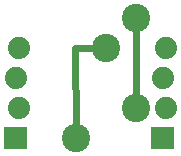
<source format=gtl>
G04 MADE WITH FRITZING*
G04 WWW.FRITZING.ORG*
G04 DOUBLE SIDED*
G04 HOLES PLATED*
G04 CONTOUR ON CENTER OF CONTOUR VECTOR*
%ASAXBY*%
%FSLAX23Y23*%
%MOIN*%
%OFA0B0*%
%SFA1.0B1.0*%
%ADD10C,0.074000*%
%ADD11C,0.094488*%
%ADD12C,0.024000*%
%ADD13R,0.001000X0.001000*%
%LNCOPPER1*%
G90*
G70*
G54D10*
X1400Y401D03*
X1410Y501D03*
X1400Y601D03*
X1410Y701D03*
X1400Y401D03*
X1410Y501D03*
X1400Y601D03*
X1410Y701D03*
X1890Y401D03*
X1900Y501D03*
X1890Y601D03*
X1900Y701D03*
X1890Y401D03*
X1900Y501D03*
X1890Y601D03*
X1900Y701D03*
G54D11*
X1800Y801D03*
X1700Y701D03*
X1800Y501D03*
X1600Y401D03*
G54D12*
X1599Y701D02*
X1673Y701D01*
D02*
X1600Y428D02*
X1599Y701D01*
D02*
X1800Y774D02*
X1800Y528D01*
G54D13*
X1363Y438D02*
X1436Y438D01*
X1853Y438D02*
X1926Y438D01*
X1363Y437D02*
X1436Y437D01*
X1853Y437D02*
X1926Y437D01*
X1363Y436D02*
X1436Y436D01*
X1853Y436D02*
X1926Y436D01*
X1363Y435D02*
X1436Y435D01*
X1853Y435D02*
X1926Y435D01*
X1363Y434D02*
X1436Y434D01*
X1853Y434D02*
X1926Y434D01*
X1363Y433D02*
X1436Y433D01*
X1853Y433D02*
X1926Y433D01*
X1363Y432D02*
X1436Y432D01*
X1853Y432D02*
X1926Y432D01*
X1363Y431D02*
X1436Y431D01*
X1853Y431D02*
X1926Y431D01*
X1363Y430D02*
X1436Y430D01*
X1853Y430D02*
X1926Y430D01*
X1363Y429D02*
X1436Y429D01*
X1853Y429D02*
X1926Y429D01*
X1363Y428D02*
X1436Y428D01*
X1853Y428D02*
X1926Y428D01*
X1363Y427D02*
X1436Y427D01*
X1853Y427D02*
X1926Y427D01*
X1363Y426D02*
X1436Y426D01*
X1853Y426D02*
X1926Y426D01*
X1363Y425D02*
X1436Y425D01*
X1853Y425D02*
X1926Y425D01*
X1363Y424D02*
X1436Y424D01*
X1853Y424D02*
X1926Y424D01*
X1363Y423D02*
X1436Y423D01*
X1853Y423D02*
X1926Y423D01*
X1363Y422D02*
X1436Y422D01*
X1853Y422D02*
X1926Y422D01*
X1363Y421D02*
X1394Y421D01*
X1404Y421D02*
X1436Y421D01*
X1853Y421D02*
X1884Y421D01*
X1894Y421D02*
X1926Y421D01*
X1363Y420D02*
X1391Y420D01*
X1408Y420D02*
X1436Y420D01*
X1853Y420D02*
X1881Y420D01*
X1897Y420D02*
X1926Y420D01*
X1363Y419D02*
X1389Y419D01*
X1409Y419D02*
X1436Y419D01*
X1853Y419D02*
X1879Y419D01*
X1899Y419D02*
X1926Y419D01*
X1363Y418D02*
X1387Y418D01*
X1411Y418D02*
X1436Y418D01*
X1853Y418D02*
X1877Y418D01*
X1901Y418D02*
X1926Y418D01*
X1363Y417D02*
X1386Y417D01*
X1412Y417D02*
X1436Y417D01*
X1853Y417D02*
X1876Y417D01*
X1902Y417D02*
X1926Y417D01*
X1363Y416D02*
X1385Y416D01*
X1414Y416D02*
X1436Y416D01*
X1853Y416D02*
X1875Y416D01*
X1904Y416D02*
X1926Y416D01*
X1363Y415D02*
X1384Y415D01*
X1414Y415D02*
X1436Y415D01*
X1853Y415D02*
X1874Y415D01*
X1904Y415D02*
X1926Y415D01*
X1363Y414D02*
X1383Y414D01*
X1415Y414D02*
X1436Y414D01*
X1853Y414D02*
X1873Y414D01*
X1905Y414D02*
X1926Y414D01*
X1363Y413D02*
X1382Y413D01*
X1416Y413D02*
X1436Y413D01*
X1853Y413D02*
X1872Y413D01*
X1906Y413D02*
X1926Y413D01*
X1363Y412D02*
X1382Y412D01*
X1417Y412D02*
X1436Y412D01*
X1853Y412D02*
X1872Y412D01*
X1907Y412D02*
X1926Y412D01*
X1363Y411D02*
X1381Y411D01*
X1417Y411D02*
X1436Y411D01*
X1853Y411D02*
X1871Y411D01*
X1907Y411D02*
X1926Y411D01*
X1363Y410D02*
X1381Y410D01*
X1418Y410D02*
X1436Y410D01*
X1853Y410D02*
X1871Y410D01*
X1908Y410D02*
X1926Y410D01*
X1363Y409D02*
X1380Y409D01*
X1418Y409D02*
X1436Y409D01*
X1853Y409D02*
X1870Y409D01*
X1908Y409D02*
X1926Y409D01*
X1363Y408D02*
X1380Y408D01*
X1419Y408D02*
X1436Y408D01*
X1853Y408D02*
X1870Y408D01*
X1909Y408D02*
X1926Y408D01*
X1363Y407D02*
X1380Y407D01*
X1419Y407D02*
X1436Y407D01*
X1853Y407D02*
X1870Y407D01*
X1909Y407D02*
X1926Y407D01*
X1363Y406D02*
X1379Y406D01*
X1419Y406D02*
X1436Y406D01*
X1853Y406D02*
X1869Y406D01*
X1909Y406D02*
X1926Y406D01*
X1363Y405D02*
X1379Y405D01*
X1419Y405D02*
X1436Y405D01*
X1853Y405D02*
X1869Y405D01*
X1909Y405D02*
X1926Y405D01*
X1363Y404D02*
X1379Y404D01*
X1419Y404D02*
X1436Y404D01*
X1853Y404D02*
X1869Y404D01*
X1909Y404D02*
X1926Y404D01*
X1363Y403D02*
X1379Y403D01*
X1420Y403D02*
X1436Y403D01*
X1853Y403D02*
X1869Y403D01*
X1910Y403D02*
X1926Y403D01*
X1363Y402D02*
X1379Y402D01*
X1420Y402D02*
X1436Y402D01*
X1853Y402D02*
X1869Y402D01*
X1910Y402D02*
X1926Y402D01*
X1363Y401D02*
X1379Y401D01*
X1420Y401D02*
X1436Y401D01*
X1853Y401D02*
X1869Y401D01*
X1910Y401D02*
X1926Y401D01*
X1363Y400D02*
X1379Y400D01*
X1420Y400D02*
X1436Y400D01*
X1853Y400D02*
X1869Y400D01*
X1910Y400D02*
X1926Y400D01*
X1363Y399D02*
X1379Y399D01*
X1419Y399D02*
X1436Y399D01*
X1853Y399D02*
X1869Y399D01*
X1909Y399D02*
X1926Y399D01*
X1363Y398D02*
X1379Y398D01*
X1419Y398D02*
X1436Y398D01*
X1853Y398D02*
X1869Y398D01*
X1909Y398D02*
X1926Y398D01*
X1363Y397D02*
X1379Y397D01*
X1419Y397D02*
X1436Y397D01*
X1853Y397D02*
X1869Y397D01*
X1909Y397D02*
X1926Y397D01*
X1363Y396D02*
X1380Y396D01*
X1419Y396D02*
X1436Y396D01*
X1853Y396D02*
X1870Y396D01*
X1909Y396D02*
X1926Y396D01*
X1363Y395D02*
X1380Y395D01*
X1419Y395D02*
X1436Y395D01*
X1853Y395D02*
X1870Y395D01*
X1908Y395D02*
X1926Y395D01*
X1363Y394D02*
X1380Y394D01*
X1418Y394D02*
X1436Y394D01*
X1853Y394D02*
X1870Y394D01*
X1908Y394D02*
X1926Y394D01*
X1363Y393D02*
X1381Y393D01*
X1418Y393D02*
X1436Y393D01*
X1853Y393D02*
X1871Y393D01*
X1908Y393D02*
X1926Y393D01*
X1363Y392D02*
X1381Y392D01*
X1417Y392D02*
X1436Y392D01*
X1853Y392D02*
X1871Y392D01*
X1907Y392D02*
X1926Y392D01*
X1363Y391D02*
X1382Y391D01*
X1417Y391D02*
X1436Y391D01*
X1853Y391D02*
X1872Y391D01*
X1907Y391D02*
X1926Y391D01*
X1363Y390D02*
X1383Y390D01*
X1416Y390D02*
X1436Y390D01*
X1853Y390D02*
X1872Y390D01*
X1906Y390D02*
X1926Y390D01*
X1363Y389D02*
X1383Y389D01*
X1415Y389D02*
X1436Y389D01*
X1853Y389D02*
X1873Y389D01*
X1905Y389D02*
X1926Y389D01*
X1363Y388D02*
X1384Y388D01*
X1414Y388D02*
X1436Y388D01*
X1853Y388D02*
X1874Y388D01*
X1904Y388D02*
X1926Y388D01*
X1363Y387D02*
X1385Y387D01*
X1413Y387D02*
X1436Y387D01*
X1853Y387D02*
X1875Y387D01*
X1903Y387D02*
X1926Y387D01*
X1363Y386D02*
X1386Y386D01*
X1412Y386D02*
X1436Y386D01*
X1853Y386D02*
X1876Y386D01*
X1902Y386D02*
X1926Y386D01*
X1363Y385D02*
X1388Y385D01*
X1411Y385D02*
X1436Y385D01*
X1853Y385D02*
X1878Y385D01*
X1901Y385D02*
X1926Y385D01*
X1363Y384D02*
X1389Y384D01*
X1409Y384D02*
X1436Y384D01*
X1853Y384D02*
X1879Y384D01*
X1899Y384D02*
X1926Y384D01*
X1363Y383D02*
X1392Y383D01*
X1407Y383D02*
X1436Y383D01*
X1853Y383D02*
X1882Y383D01*
X1897Y383D02*
X1926Y383D01*
X1363Y382D02*
X1395Y382D01*
X1404Y382D02*
X1436Y382D01*
X1853Y382D02*
X1885Y382D01*
X1893Y382D02*
X1926Y382D01*
X1363Y381D02*
X1436Y381D01*
X1853Y381D02*
X1926Y381D01*
X1363Y380D02*
X1436Y380D01*
X1853Y380D02*
X1926Y380D01*
X1363Y379D02*
X1436Y379D01*
X1853Y379D02*
X1926Y379D01*
X1363Y378D02*
X1436Y378D01*
X1853Y378D02*
X1926Y378D01*
X1363Y377D02*
X1436Y377D01*
X1853Y377D02*
X1926Y377D01*
X1363Y376D02*
X1436Y376D01*
X1853Y376D02*
X1926Y376D01*
X1363Y375D02*
X1436Y375D01*
X1853Y375D02*
X1926Y375D01*
X1363Y374D02*
X1436Y374D01*
X1853Y374D02*
X1926Y374D01*
X1363Y373D02*
X1436Y373D01*
X1853Y373D02*
X1926Y373D01*
X1363Y372D02*
X1436Y372D01*
X1853Y372D02*
X1926Y372D01*
X1363Y371D02*
X1436Y371D01*
X1853Y371D02*
X1926Y371D01*
X1363Y370D02*
X1436Y370D01*
X1853Y370D02*
X1926Y370D01*
X1363Y369D02*
X1436Y369D01*
X1853Y369D02*
X1926Y369D01*
X1363Y368D02*
X1436Y368D01*
X1853Y368D02*
X1926Y368D01*
X1363Y367D02*
X1436Y367D01*
X1853Y367D02*
X1926Y367D01*
X1363Y366D02*
X1436Y366D01*
X1853Y366D02*
X1926Y366D01*
X1363Y365D02*
X1436Y365D01*
X1853Y365D02*
X1926Y365D01*
D02*
G04 End of Copper1*
M02*
</source>
